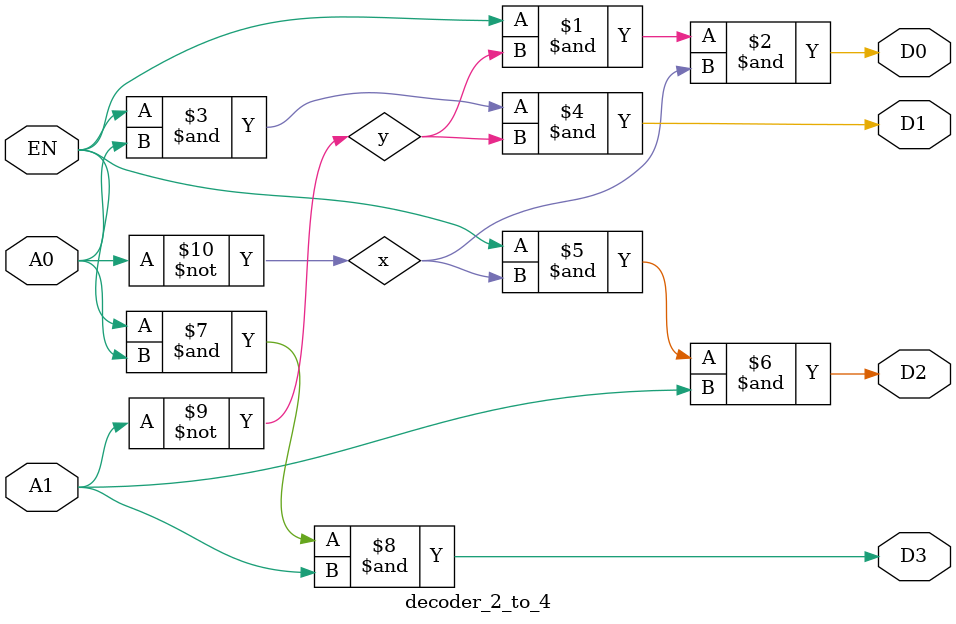
<source format=v>
module decoder_2_to_4(EN, A0, A1, D0, D1, D2, D3);
   		input EN, A0, A1;
   		output D0, D1, D2, D3;
     		wire x,y;
    		not u1(y,A1);
    		not u2(x,A0);
   		and u3(D0,EN,y,x);
   		and u4(D1,EN,A0,y);
    		and u5(D2,EN,x,A1);
    		and u6(D3,EN,A0,A1);
    endmodule





 
</source>
